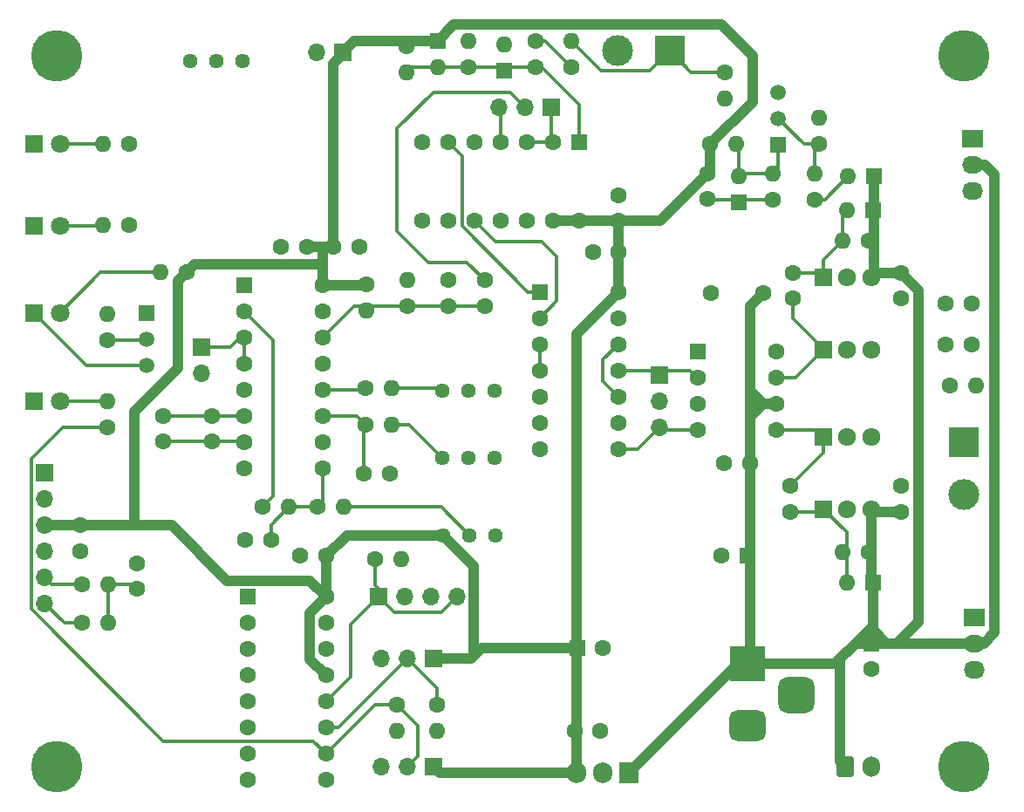
<source format=gbr>
%TF.GenerationSoftware,KiCad,Pcbnew,9.0.0*%
%TF.CreationDate,2025-04-11T23:35:18+03:30*%
%TF.ProjectId,sstc-v3,73737463-2d76-4332-9e6b-696361645f70,rev?*%
%TF.SameCoordinates,Original*%
%TF.FileFunction,Copper,L1,Top*%
%TF.FilePolarity,Positive*%
%FSLAX46Y46*%
G04 Gerber Fmt 4.6, Leading zero omitted, Abs format (unit mm)*
G04 Created by KiCad (PCBNEW 9.0.0) date 2025-04-11 23:35:18*
%MOMM*%
%LPD*%
G01*
G04 APERTURE LIST*
G04 Aperture macros list*
%AMRoundRect*
0 Rectangle with rounded corners*
0 $1 Rounding radius*
0 $2 $3 $4 $5 $6 $7 $8 $9 X,Y pos of 4 corners*
0 Add a 4 corners polygon primitive as box body*
4,1,4,$2,$3,$4,$5,$6,$7,$8,$9,$2,$3,0*
0 Add four circle primitives for the rounded corners*
1,1,$1+$1,$2,$3*
1,1,$1+$1,$4,$5*
1,1,$1+$1,$6,$7*
1,1,$1+$1,$8,$9*
0 Add four rect primitives between the rounded corners*
20,1,$1+$1,$2,$3,$4,$5,0*
20,1,$1+$1,$4,$5,$6,$7,0*
20,1,$1+$1,$6,$7,$8,$9,0*
20,1,$1+$1,$8,$9,$2,$3,0*%
G04 Aperture macros list end*
%TA.AperFunction,ComponentPad*%
%ADD10R,1.700000X1.700000*%
%TD*%
%TA.AperFunction,ComponentPad*%
%ADD11O,1.700000X1.700000*%
%TD*%
%TA.AperFunction,ComponentPad*%
%ADD12R,2.030000X1.730000*%
%TD*%
%TA.AperFunction,ComponentPad*%
%ADD13O,2.030000X1.730000*%
%TD*%
%TA.AperFunction,ComponentPad*%
%ADD14R,1.600000X1.600000*%
%TD*%
%TA.AperFunction,ComponentPad*%
%ADD15O,1.600000X1.600000*%
%TD*%
%TA.AperFunction,ComponentPad*%
%ADD16C,1.600000*%
%TD*%
%TA.AperFunction,ComponentPad*%
%ADD17RoundRect,0.250000X-0.550000X-0.550000X0.550000X-0.550000X0.550000X0.550000X-0.550000X0.550000X0*%
%TD*%
%TA.AperFunction,ComponentPad*%
%ADD18R,3.500000X3.500000*%
%TD*%
%TA.AperFunction,ComponentPad*%
%ADD19RoundRect,0.750000X1.000000X-0.750000X1.000000X0.750000X-1.000000X0.750000X-1.000000X-0.750000X0*%
%TD*%
%TA.AperFunction,ComponentPad*%
%ADD20RoundRect,0.875000X0.875000X-0.875000X0.875000X0.875000X-0.875000X0.875000X-0.875000X-0.875000X0*%
%TD*%
%TA.AperFunction,ComponentPad*%
%ADD21C,5.000000*%
%TD*%
%TA.AperFunction,ComponentPad*%
%ADD22R,3.000000X3.000000*%
%TD*%
%TA.AperFunction,ComponentPad*%
%ADD23C,3.000000*%
%TD*%
%TA.AperFunction,ComponentPad*%
%ADD24R,1.500000X1.500000*%
%TD*%
%TA.AperFunction,ComponentPad*%
%ADD25C,1.500000*%
%TD*%
%TA.AperFunction,ComponentPad*%
%ADD26RoundRect,0.250000X-0.600000X-0.750000X0.600000X-0.750000X0.600000X0.750000X-0.600000X0.750000X0*%
%TD*%
%TA.AperFunction,ComponentPad*%
%ADD27O,1.700000X2.000000*%
%TD*%
%TA.AperFunction,ComponentPad*%
%ADD28R,1.717500X1.800000*%
%TD*%
%TA.AperFunction,ComponentPad*%
%ADD29O,1.717500X1.800000*%
%TD*%
%TA.AperFunction,ComponentPad*%
%ADD30R,1.800000X1.800000*%
%TD*%
%TA.AperFunction,ComponentPad*%
%ADD31C,1.800000*%
%TD*%
%TA.AperFunction,ComponentPad*%
%ADD32RoundRect,0.250000X-0.550000X0.550000X-0.550000X-0.550000X0.550000X-0.550000X0.550000X0.550000X0*%
%TD*%
%TA.AperFunction,ComponentPad*%
%ADD33C,1.440000*%
%TD*%
%TA.AperFunction,ComponentPad*%
%ADD34R,1.905000X2.000000*%
%TD*%
%TA.AperFunction,ComponentPad*%
%ADD35O,1.905000X2.000000*%
%TD*%
%TA.AperFunction,Conductor*%
%ADD36C,1.000000*%
%TD*%
%TA.AperFunction,Conductor*%
%ADD37C,0.300000*%
%TD*%
G04 APERTURE END LIST*
D10*
%TO.P,JP1,1,A*%
%TO.N,Net-(JP1-A)*%
X67000000Y-22500000D03*
D11*
%TO.P,JP1,2,C*%
%TO.N,Net-(JP1-C)*%
X64460000Y-22500000D03*
%TO.P,JP1,3,B*%
%TO.N,Net-(JP1-B)*%
X61920000Y-22500000D03*
%TD*%
D12*
%TO.P,M1,1,-*%
%TO.N,GND*%
X108000000Y-71960000D03*
D13*
%TO.P,M1,2,+*%
%TO.N,+12V*%
X108000000Y-74500000D03*
%TO.P,M1,3,Tacho*%
%TO.N,unconnected-(M1-Tacho-Pad3)*%
X108000000Y-77040000D03*
%TD*%
D14*
%TO.P,D1,1,K*%
%TO.N,+12V*%
X98330686Y-29187056D03*
D15*
%TO.P,D1,2,A*%
%TO.N,Net-(D1-A)*%
X95790686Y-29187056D03*
%TD*%
D16*
%TO.P,R6,1*%
%TO.N,Net-(D2-K)*%
X88505000Y-31415685D03*
D15*
%TO.P,R6,2*%
%TO.N,Net-(D2-A)*%
X88505000Y-28875685D03*
%TD*%
D16*
%TO.P,C6,1*%
%TO.N,+12V*%
X100920000Y-61730000D03*
%TO.P,C6,2*%
%TO.N,GND*%
X100920000Y-59230000D03*
%TD*%
D14*
%TO.P,C17,1*%
%TO.N,+5V*%
X69500000Y-75000000D03*
D16*
%TO.P,C17,2*%
%TO.N,GND*%
X72000000Y-75000000D03*
%TD*%
%TO.P,C14,1*%
%TO.N,+5V*%
X43250000Y-36000000D03*
%TO.P,C14,2*%
%TO.N,GND*%
X40750000Y-36000000D03*
%TD*%
%TO.P,C13,1*%
%TO.N,Net-(U5-C1)*%
X34000000Y-52400000D03*
%TO.P,C13,2*%
%TO.N,Net-(U5-C2)*%
X34000000Y-54900000D03*
%TD*%
%TO.P,R14,1*%
%TO.N,+12V*%
X97750000Y-65651750D03*
D15*
%TO.P,R14,2*%
%TO.N,Net-(D7-A)*%
X95210000Y-65651750D03*
%TD*%
D16*
%TO.P,R3,1*%
%TO.N,+5V*%
X82395000Y-26045000D03*
D15*
%TO.P,R3,2*%
%TO.N,Net-(D2-A)*%
X84935000Y-26045000D03*
%TD*%
D16*
%TO.P,C25,1*%
%TO.N,GND*%
X73500000Y-31000000D03*
%TO.P,C25,2*%
%TO.N,+5V*%
X73500000Y-33500000D03*
%TD*%
%TO.P,C5,1*%
%TO.N,Net-(U3-Z1)*%
X26722500Y-66720000D03*
%TO.P,C5,2*%
%TO.N,Net-(C5-Pad2)*%
X26722500Y-69220000D03*
%TD*%
D17*
%TO.P,U5,1,PCP*%
%TO.N,unconnected-(U5-PCP-Pad1)*%
X37195000Y-39700000D03*
D16*
%TO.P,U5,2,PC1*%
%TO.N,Net-(U5-PC1)*%
X37195000Y-42240000D03*
%TO.P,U5,3,RefIn*%
%TO.N,SIGNAL*%
X37195000Y-44780000D03*
%TO.P,U5,4,FOUT*%
X37195000Y-47320000D03*
%TO.P,U5,5,Inh*%
%TO.N,GND*%
X37195000Y-49860000D03*
%TO.P,U5,6,C1*%
%TO.N,Net-(U5-C1)*%
X37195000Y-52400000D03*
%TO.P,U5,7,C2*%
%TO.N,Net-(U5-C2)*%
X37195000Y-54940000D03*
%TO.P,U5,8,VSS*%
%TO.N,GND*%
X37195000Y-57480000D03*
%TO.P,U5,9,VCOin*%
%TO.N,AUDIO*%
X44815000Y-57480000D03*
%TO.P,U5,10,SFout*%
%TO.N,unconnected-(U5-SFout-Pad10)*%
X44815000Y-54940000D03*
%TO.P,U5,11,R1*%
%TO.N,Net-(U5-R1)*%
X44815000Y-52400000D03*
%TO.P,U5,12,R2*%
%TO.N,Net-(U5-R2)*%
X44815000Y-49860000D03*
%TO.P,U5,13,PC2*%
%TO.N,unconnected-(U5-PC2-Pad13)*%
X44815000Y-47320000D03*
%TO.P,U5,14,SigIn*%
%TO.N,FEEDBACK*%
X44815000Y-44780000D03*
%TO.P,U5,15,ZOUT*%
%TO.N,unconnected-(U5-ZOUT-Pad15)*%
X44815000Y-42240000D03*
%TO.P,U5,16,VDD*%
%TO.N,+5V*%
X44815000Y-39700000D03*
%TD*%
%TO.P,C8,1*%
%TO.N,Net-(D6-A)*%
X90420000Y-38530000D03*
%TO.P,C8,2*%
%TO.N,Net-(Q3-G)*%
X90420000Y-41030000D03*
%TD*%
%TO.P,C9,1*%
%TO.N,Net-(D7-A)*%
X90170000Y-61730000D03*
%TO.P,C9,2*%
%TO.N,Net-(Q5-G)*%
X90170000Y-59230000D03*
%TD*%
D18*
%TO.P,J9,1*%
%TO.N,+12V*%
X86042500Y-76500000D03*
D19*
%TO.P,J9,2*%
%TO.N,GND*%
X86042500Y-82500000D03*
D20*
%TO.P,J9,3*%
%TO.N,N/C*%
X90742500Y-79500000D03*
%TD*%
D16*
%TO.P,R25,1*%
%TO.N,FM_MODE*%
X23870000Y-53545000D03*
D15*
%TO.P,R25,2*%
%TO.N,Net-(D10-A)*%
X23870000Y-51005000D03*
%TD*%
D21*
%TO.P,H4,1,1*%
%TO.N,GND*%
X19000000Y-86500000D03*
%TD*%
D16*
%TO.P,R11,1*%
%TO.N,AUDIO  LEFT*%
X21377500Y-68770000D03*
D15*
%TO.P,R11,2*%
%TO.N,Net-(C5-Pad2)*%
X23917500Y-68770000D03*
%TD*%
D16*
%TO.P,R16,1*%
%TO.N,Net-(U5-R1)*%
X48960000Y-53250000D03*
D15*
%TO.P,R16,2*%
%TO.N,Net-(R16-Pad2)*%
X51500000Y-53250000D03*
%TD*%
D10*
%TO.P,J12,1,Pin_1*%
%TO.N,+5V*%
X55540000Y-86500000D03*
D11*
%TO.P,J12,2,Pin_2*%
%TO.N,FM_MODE*%
X53000000Y-86500000D03*
%TO.P,J12,3,Pin_3*%
%TO.N,GND*%
X50460000Y-86500000D03*
%TD*%
D22*
%TO.P,J1,1,Pin_1*%
%TO.N,Net-(J1-Pin_1)*%
X78500000Y-17000000D03*
D23*
%TO.P,J1,2,Pin_2*%
%TO.N,GND*%
X73420000Y-17000000D03*
%TD*%
D17*
%TO.P,U4,1,NC*%
%TO.N,unconnected-(U4-NC-Pad1)*%
X81195000Y-46190000D03*
D16*
%TO.P,U4,2,IN_A*%
%TO.N,DRV2*%
X81195000Y-48730000D03*
%TO.P,U4,3,GND*%
%TO.N,GND*%
X81195000Y-51270000D03*
%TO.P,U4,4,IN_B*%
%TO.N,DRV1*%
X81195000Y-53810000D03*
%TO.P,U4,5,OUT_B*%
%TO.N,Net-(Q5-G)*%
X88815000Y-53810000D03*
%TO.P,U4,6,VDD*%
%TO.N,+12V*%
X88815000Y-51270000D03*
%TO.P,U4,7,OUT_A*%
%TO.N,Net-(Q3-G)*%
X88815000Y-48730000D03*
%TO.P,U4,8,NC*%
%TO.N,unconnected-(U4-NC-Pad8)*%
X88815000Y-46190000D03*
%TD*%
D24*
%TO.P,Q6,1,S*%
%TO.N,GND*%
X27640000Y-42460000D03*
D25*
%TO.P,Q6,2,G*%
%TO.N,INT*%
X27640000Y-45000000D03*
%TO.P,Q6,3,D*%
%TO.N,Net-(D9-K)*%
X27640000Y-47540000D03*
%TD*%
D16*
%TO.P,R26,1*%
%TO.N,CW_MODE*%
X55840000Y-80455000D03*
D15*
%TO.P,R26,2*%
%TO.N,GND*%
X55840000Y-82995000D03*
%TD*%
D14*
%TO.P,C21,1*%
%TO.N,+12V*%
X86000000Y-66000000D03*
D16*
%TO.P,C21,2*%
%TO.N,GND*%
X83500000Y-66000000D03*
%TD*%
D10*
%TO.P,J11,1,Pin_1*%
%TO.N,+5V*%
X55540000Y-76000000D03*
D11*
%TO.P,J11,2,Pin_2*%
%TO.N,CW_MODE*%
X53000000Y-76000000D03*
%TO.P,J11,3,Pin_3*%
%TO.N,GND*%
X50460000Y-76000000D03*
%TD*%
D16*
%TO.P,C19,1*%
%TO.N,Net-(Q2-D)*%
X105250000Y-45510000D03*
%TO.P,C19,2*%
%TO.N,Net-(J4-Pin_1)*%
X107750000Y-45510000D03*
%TD*%
%TO.P,C26,1*%
%TO.N,GND*%
X42620000Y-66000000D03*
%TO.P,C26,2*%
%TO.N,+5V*%
X45120000Y-66000000D03*
%TD*%
%TO.P,R17,1*%
%TO.N,TEMP_GOOD*%
X25960000Y-26000000D03*
D15*
%TO.P,R17,2*%
%TO.N,Net-(D8-A)*%
X23420000Y-26000000D03*
%TD*%
D10*
%TO.P,J3,1,Pin_1*%
%TO.N,Net-(J3-Pin_1)*%
X50200000Y-70000000D03*
D11*
%TO.P,J3,2,Pin_2*%
%TO.N,GND*%
X52740000Y-70000000D03*
%TO.P,J3,3,Pin_3*%
X55280000Y-70000000D03*
%TO.P,J3,4,Pin_4*%
%TO.N,Net-(J3-Pin_1)*%
X57820000Y-70000000D03*
%TD*%
D12*
%TO.P,M2,1,-*%
%TO.N,GND*%
X107875000Y-25540000D03*
D13*
%TO.P,M2,2,+*%
%TO.N,+12V*%
X107875000Y-28080000D03*
%TO.P,M2,3,Tacho*%
%TO.N,unconnected-(M2-Tacho-Pad3)*%
X107875000Y-30620000D03*
%TD*%
D26*
%TO.P,J6,1,Pin_1*%
%TO.N,+12V*%
X95500000Y-86500000D03*
D27*
%TO.P,J6,2,Pin_2*%
%TO.N,GND*%
X98000000Y-86500000D03*
%TD*%
D16*
%TO.P,R9,1*%
%TO.N,+5V*%
X31540000Y-38500000D03*
D15*
%TO.P,R9,2*%
%TO.N,Net-(D9-A)*%
X29000000Y-38500000D03*
%TD*%
D22*
%TO.P,J4,1,Pin_1*%
%TO.N,Net-(J4-Pin_1)*%
X107000000Y-54960000D03*
D23*
%TO.P,J4,2,Pin_2*%
%TO.N,Net-(J4-Pin_2)*%
X107000000Y-60040000D03*
%TD*%
D16*
%TO.P,C4,1*%
%TO.N,GND*%
X83750000Y-57000000D03*
%TO.P,C4,2*%
%TO.N,+12V*%
X86250000Y-57000000D03*
%TD*%
D10*
%TO.P,J10,1,Pin_1*%
%TO.N,DRV2*%
X77500000Y-48420000D03*
D11*
%TO.P,J10,2,Pin_2*%
%TO.N,GND*%
X77500000Y-50960000D03*
%TO.P,J10,3,Pin_3*%
%TO.N,DRV1*%
X77500000Y-53500000D03*
%TD*%
D16*
%TO.P,R2,1*%
%TO.N,Net-(Q1-B)*%
X93000000Y-26045000D03*
D15*
%TO.P,R2,2*%
%TO.N,GND*%
X93000000Y-23505000D03*
%TD*%
D28*
%TO.P,Q2,1,G*%
%TO.N,Net-(D6-A)*%
X93420000Y-39000000D03*
D29*
%TO.P,Q2,2,D*%
%TO.N,Net-(Q2-D)*%
X95710000Y-39000000D03*
%TO.P,Q2,3,S*%
%TO.N,+12V*%
X98000000Y-39000000D03*
%TD*%
D16*
%TO.P,R13,1*%
%TO.N,+12V*%
X97750000Y-35460000D03*
D15*
%TO.P,R13,2*%
%TO.N,Net-(D6-A)*%
X95210000Y-35460000D03*
%TD*%
D17*
%TO.P,U3,1,Y1*%
%TO.N,GND*%
X37500000Y-70000000D03*
D16*
%TO.P,U3,2,Y0*%
X37500000Y-72540000D03*
%TO.P,U3,3,Z1*%
%TO.N,Net-(U3-Z1)*%
X37500000Y-75080000D03*
%TO.P,U3,4,Z*%
%TO.N,AUDIO*%
X37500000Y-77620000D03*
%TO.P,U3,5,Z0*%
%TO.N,unconnected-(U3-Z0-Pad5)*%
X37500000Y-80160000D03*
%TO.P,U3,6,Inh*%
%TO.N,GND*%
X37500000Y-82700000D03*
%TO.P,U3,7,VEE*%
X37500000Y-85240000D03*
%TO.P,U3,8,VSS*%
X37500000Y-87780000D03*
%TO.P,U3,9,C*%
X45120000Y-87780000D03*
%TO.P,U3,10,B*%
%TO.N,FM_MODE*%
X45120000Y-85240000D03*
%TO.P,U3,11,A*%
%TO.N,CW_MODE*%
X45120000Y-82700000D03*
%TO.P,U3,12,X0*%
%TO.N,Net-(J3-Pin_1)*%
X45120000Y-80160000D03*
%TO.P,U3,13,X1*%
%TO.N,+5V*%
X45120000Y-77620000D03*
%TO.P,U3,14,X*%
%TO.N,INT*%
X45120000Y-75080000D03*
%TO.P,U3,15,Y*%
%TO.N,GND*%
X45120000Y-72540000D03*
%TO.P,U3,16,VDD*%
%TO.N,+5V*%
X45120000Y-70000000D03*
%TD*%
%TO.P,R24,1*%
%TO.N,FM_MODE*%
X52000000Y-80455000D03*
D15*
%TO.P,R24,2*%
%TO.N,GND*%
X52000000Y-82995000D03*
%TD*%
D16*
%TO.P,R27,1*%
%TO.N,INT*%
X23870000Y-45045000D03*
D15*
%TO.P,R27,2*%
%TO.N,GND*%
X23870000Y-42505000D03*
%TD*%
D16*
%TO.P,C24,1*%
%TO.N,+5V*%
X73500000Y-36500000D03*
%TO.P,C24,2*%
%TO.N,GND*%
X71000000Y-36500000D03*
%TD*%
%TO.P,C12,1*%
%TO.N,FEEDBACK*%
X57000000Y-41730000D03*
%TO.P,C12,2*%
%TO.N,GND*%
X57000000Y-39230000D03*
%TD*%
D14*
%TO.P,D6,1,K*%
%TO.N,+12V*%
X98200000Y-32460000D03*
D15*
%TO.P,D6,2,A*%
%TO.N,Net-(D6-A)*%
X95660000Y-32460000D03*
%TD*%
D16*
%TO.P,R18,1*%
%TO.N,+5V*%
X49000000Y-39680000D03*
D15*
%TO.P,R18,2*%
%TO.N,FEEDBACK*%
X49000000Y-42220000D03*
%TD*%
D16*
%TO.P,R12,1*%
%TO.N,AUDIO  RIGHT*%
X21377500Y-72520000D03*
D15*
%TO.P,R12,2*%
%TO.N,Net-(C5-Pad2)*%
X23917500Y-72520000D03*
%TD*%
D16*
%TO.P,C15,1*%
%TO.N,+5V*%
X45800000Y-36000000D03*
%TO.P,C15,2*%
%TO.N,GND*%
X48300000Y-36000000D03*
%TD*%
D14*
%TO.P,D7,1,K*%
%TO.N,+12V*%
X98200000Y-68651750D03*
D15*
%TO.P,D7,2,A*%
%TO.N,Net-(D7-A)*%
X95660000Y-68651750D03*
%TD*%
D21*
%TO.P,H2,1,1*%
%TO.N,GND*%
X19000000Y-17500000D03*
%TD*%
D16*
%TO.P,C23,1*%
%TO.N,+5V*%
X21222500Y-63020000D03*
%TO.P,C23,2*%
%TO.N,GND*%
X21222500Y-65520000D03*
%TD*%
%TO.P,R7,1*%
%TO.N,+5V*%
X52920000Y-16500000D03*
D15*
%TO.P,R7,2*%
%TO.N,Net-(D3-A)*%
X52920000Y-19040000D03*
%TD*%
D16*
%TO.P,C16,1*%
%TO.N,AUDIO*%
X39750000Y-64500000D03*
%TO.P,C16,2*%
%TO.N,GND*%
X37250000Y-64500000D03*
%TD*%
%TO.P,R5,1*%
%TO.N,Net-(C2-Pad2)*%
X68920000Y-18590000D03*
D15*
%TO.P,R5,2*%
%TO.N,Net-(J1-Pin_1)*%
X68920000Y-16050000D03*
%TD*%
D30*
%TO.P,D8,1,K*%
%TO.N,GND*%
X16725000Y-26000000D03*
D31*
%TO.P,D8,2,A*%
%TO.N,Net-(D8-A)*%
X19265000Y-26000000D03*
%TD*%
D16*
%TO.P,R20,1*%
%TO.N,Net-(U5-R2)*%
X48920000Y-49750000D03*
D15*
%TO.P,R20,2*%
%TO.N,Net-(R20-Pad2)*%
X51460000Y-49750000D03*
%TD*%
D14*
%TO.P,D4,1,K*%
%TO.N,Net-(D3-A)*%
X62420000Y-18901371D03*
D15*
%TO.P,D4,2,A*%
%TO.N,GND*%
X62420000Y-16361371D03*
%TD*%
D16*
%TO.P,C2,1*%
%TO.N,Net-(D3-A)*%
X65420000Y-18550000D03*
%TO.P,C2,2*%
%TO.N,Net-(C2-Pad2)*%
X65420000Y-16050000D03*
%TD*%
%TO.P,R8,1*%
%TO.N,Net-(D3-A)*%
X58920000Y-18590000D03*
D15*
%TO.P,R8,2*%
%TO.N,GND*%
X58920000Y-16050000D03*
%TD*%
D17*
%TO.P,U1,1*%
%TO.N,TEMP_GOOD*%
X65880000Y-40380000D03*
D16*
%TO.P,U1,2*%
%TO.N,POWER_GOOD*%
X65880000Y-42920000D03*
%TO.P,U1,3*%
%TO.N,Net-(U1-Pad3)*%
X65880000Y-45460000D03*
%TO.P,U1,4*%
X65880000Y-48000000D03*
%TO.P,U1,5*%
%TO.N,INT*%
X65880000Y-50540000D03*
%TO.P,U1,6*%
%TO.N,Net-(U1-Pad10)*%
X65880000Y-53080000D03*
%TO.P,U1,7,GND*%
%TO.N,GND*%
X65880000Y-55620000D03*
%TO.P,U1,8*%
%TO.N,DRV1*%
X73500000Y-55620000D03*
%TO.P,U1,9*%
%TO.N,Net-(U1-Pad9)*%
X73500000Y-53080000D03*
%TO.P,U1,10*%
%TO.N,Net-(U1-Pad10)*%
X73500000Y-50540000D03*
%TO.P,U1,11*%
%TO.N,DRV2*%
X73500000Y-48000000D03*
%TO.P,U1,12*%
%TO.N,Net-(U1-Pad10)*%
X73500000Y-45460000D03*
%TO.P,U1,13*%
%TO.N,SIGNAL*%
X73500000Y-42920000D03*
%TO.P,U1,14,VCC*%
%TO.N,+5V*%
X73500000Y-40380000D03*
%TD*%
%TO.P,R4,1*%
%TO.N,Net-(J1-Pin_1)*%
X83800000Y-19040000D03*
D15*
%TO.P,R4,2*%
%TO.N,GND*%
X83800000Y-21580000D03*
%TD*%
D16*
%TO.P,R23,1*%
%TO.N,AUDIO*%
X44315000Y-61270000D03*
D15*
%TO.P,R23,2*%
%TO.N,Net-(R23-Pad2)*%
X46855000Y-61270000D03*
%TD*%
D30*
%TO.P,D5,1,K*%
%TO.N,GND*%
X16725000Y-34000000D03*
D31*
%TO.P,D5,2,A*%
%TO.N,Net-(D5-A)*%
X19265000Y-34000000D03*
%TD*%
D16*
%TO.P,R19,1*%
%TO.N,FEEDBACK*%
X53000000Y-41770000D03*
D15*
%TO.P,R19,2*%
%TO.N,GND*%
X53000000Y-39230000D03*
%TD*%
D32*
%TO.P,U2,1*%
%TO.N,Net-(D3-A)*%
X69700000Y-25880000D03*
D16*
%TO.P,U2,2*%
%TO.N,Net-(JP1-A)*%
X67160000Y-25880000D03*
%TO.P,U2,3*%
X64620000Y-25880000D03*
%TO.P,U2,4*%
%TO.N,Net-(JP1-B)*%
X62080000Y-25880000D03*
%TO.P,U2,5*%
%TO.N,Net-(J2-Pin_2)*%
X59540000Y-25880000D03*
%TO.P,U2,6*%
%TO.N,TEMP_GOOD*%
X57000000Y-25880000D03*
%TO.P,U2,7,GND*%
%TO.N,GND*%
X54460000Y-25880000D03*
%TO.P,U2,8*%
%TO.N,Net-(U1-Pad9)*%
X54460000Y-33500000D03*
%TO.P,U2,9*%
%TO.N,SIGNAL*%
X57000000Y-33500000D03*
%TO.P,U2,10*%
%TO.N,POWER_GOOD*%
X59540000Y-33500000D03*
%TO.P,U2,11*%
%TO.N,Net-(D2-K)*%
X62080000Y-33500000D03*
%TO.P,U2,12*%
%TO.N,unconnected-(U2-Pad12)*%
X64620000Y-33500000D03*
%TO.P,U2,13*%
%TO.N,+5V*%
X67160000Y-33500000D03*
%TO.P,U2,14,VCC*%
X69700000Y-33500000D03*
%TD*%
D33*
%TO.P,RV3,1,1*%
%TO.N,Net-(R16-Pad2)*%
X56420000Y-56500000D03*
%TO.P,RV3,2,2*%
%TO.N,GND*%
X58960000Y-56500000D03*
%TO.P,RV3,3,3*%
X61500000Y-56500000D03*
%TD*%
D16*
%TO.P,R15,1*%
%TO.N,Net-(Q2-D)*%
X105700000Y-49460000D03*
D15*
%TO.P,R15,2*%
%TO.N,Net-(J4-Pin_1)*%
X108240000Y-49460000D03*
%TD*%
D28*
%TO.P,Q3,1,G*%
%TO.N,Net-(Q3-G)*%
X93420000Y-46000000D03*
D29*
%TO.P,Q3,2,D*%
%TO.N,Net-(Q2-D)*%
X95710000Y-46000000D03*
%TO.P,Q3,3,S*%
%TO.N,GND*%
X98000000Y-46000000D03*
%TD*%
D16*
%TO.P,R1,1*%
%TO.N,Net-(D1-A)*%
X92505000Y-31415685D03*
D15*
%TO.P,R1,2*%
%TO.N,Net-(Q1-B)*%
X92505000Y-28875685D03*
%TD*%
D16*
%TO.P,R10,1*%
%TO.N,Net-(J3-Pin_1)*%
X49900000Y-66290000D03*
D15*
%TO.P,R10,2*%
%TO.N,GND*%
X52440000Y-66290000D03*
%TD*%
D16*
%TO.P,C3,1*%
%TO.N,Net-(JP1-C)*%
X60500000Y-39230000D03*
%TO.P,C3,2*%
%TO.N,FEEDBACK*%
X60500000Y-41730000D03*
%TD*%
%TO.P,C18,1*%
%TO.N,+5V*%
X69250000Y-83000000D03*
%TO.P,C18,2*%
%TO.N,GND*%
X71750000Y-83000000D03*
%TD*%
D28*
%TO.P,Q4,1,G*%
%TO.N,Net-(D7-A)*%
X93420000Y-61500000D03*
D29*
%TO.P,Q4,2,D*%
%TO.N,Net-(J4-Pin_2)*%
X95710000Y-61500000D03*
%TO.P,Q4,3,S*%
%TO.N,+12V*%
X98000000Y-61500000D03*
%TD*%
D16*
%TO.P,C27,1*%
%TO.N,Net-(U5-C1)*%
X29315000Y-52400000D03*
%TO.P,C27,2*%
%TO.N,Net-(U5-C2)*%
X29315000Y-54900000D03*
%TD*%
D30*
%TO.P,D10,1,K*%
%TO.N,GND*%
X16725000Y-51000000D03*
D31*
%TO.P,D10,2,A*%
%TO.N,Net-(D10-A)*%
X19265000Y-51000000D03*
%TD*%
D21*
%TO.P,H1,1,1*%
%TO.N,GND*%
X107000000Y-17500000D03*
%TD*%
D14*
%TO.P,D2,1,K*%
%TO.N,Net-(D2-K)*%
X85195000Y-31727056D03*
D15*
%TO.P,D2,2,A*%
%TO.N,Net-(D2-A)*%
X85195000Y-29187056D03*
%TD*%
D16*
%TO.P,C7,1*%
%TO.N,+12V*%
X100920000Y-38530000D03*
%TO.P,C7,2*%
%TO.N,GND*%
X100920000Y-41030000D03*
%TD*%
%TO.P,C11,1*%
%TO.N,Net-(U5-R1)*%
X48765000Y-58000000D03*
%TO.P,C11,2*%
%TO.N,GND*%
X51265000Y-58000000D03*
%TD*%
%TO.P,R21,1*%
%TO.N,POWER_GOOD*%
X25960000Y-33880000D03*
D15*
%TO.P,R21,2*%
%TO.N,Net-(D5-A)*%
X23420000Y-33880000D03*
%TD*%
D14*
%TO.P,C22,1*%
%TO.N,+12V*%
X98000000Y-74500000D03*
D16*
%TO.P,C22,2*%
%TO.N,GND*%
X98000000Y-77000000D03*
%TD*%
D33*
%TO.P,RV1,1,1*%
%TO.N,+5V*%
X56450000Y-64000000D03*
%TO.P,RV1,2,2*%
%TO.N,Net-(R23-Pad2)*%
X58990000Y-64000000D03*
%TO.P,RV1,3,3*%
%TO.N,GND*%
X61530000Y-64000000D03*
%TD*%
D24*
%TO.P,Q1,1,C*%
%TO.N,Net-(D2-A)*%
X89000000Y-26085000D03*
D25*
%TO.P,Q1,2,B*%
%TO.N,Net-(Q1-B)*%
X89000000Y-23545000D03*
%TO.P,Q1,3,E*%
%TO.N,GND*%
X89000000Y-21005000D03*
%TD*%
D30*
%TO.P,D9,1,K*%
%TO.N,Net-(D9-K)*%
X16725000Y-42440000D03*
D31*
%TO.P,D9,2,A*%
%TO.N,Net-(D9-A)*%
X19265000Y-42440000D03*
%TD*%
D14*
%TO.P,D3,1,K*%
%TO.N,+5V*%
X55920000Y-16050000D03*
D15*
%TO.P,D3,2,A*%
%TO.N,Net-(D3-A)*%
X55920000Y-18590000D03*
%TD*%
D28*
%TO.P,Q5,1,G*%
%TO.N,Net-(Q5-G)*%
X93420000Y-54500000D03*
D29*
%TO.P,Q5,2,D*%
%TO.N,Net-(J4-Pin_2)*%
X95710000Y-54500000D03*
%TO.P,Q5,3,S*%
%TO.N,GND*%
X98000000Y-54500000D03*
%TD*%
D34*
%TO.P,U6,1,VI*%
%TO.N,+12V*%
X74462500Y-87100000D03*
D35*
%TO.P,U6,2,GND*%
%TO.N,GND*%
X71922500Y-87100000D03*
%TO.P,U6,3,VO*%
%TO.N,+5V*%
X69382500Y-87100000D03*
%TD*%
D16*
%TO.P,C20,1*%
%TO.N,GND*%
X82500000Y-40500000D03*
%TO.P,C20,2*%
%TO.N,+12V*%
X87500000Y-40500000D03*
%TD*%
D10*
%TO.P,J2,1,Pin_1*%
%TO.N,+5V*%
X46740000Y-17100000D03*
D11*
%TO.P,J2,2,Pin_2*%
%TO.N,Net-(J2-Pin_2)*%
X44200000Y-17100000D03*
%TD*%
D33*
%TO.P,RV4,1,1*%
%TO.N,Net-(J2-Pin_2)*%
X37000000Y-18000000D03*
%TO.P,RV4,2,2*%
%TO.N,GND*%
X34460000Y-18000000D03*
%TO.P,RV4,3,3*%
X31920000Y-18000000D03*
%TD*%
D21*
%TO.P,H3,1,1*%
%TO.N,GND*%
X107000000Y-86500000D03*
%TD*%
D10*
%TO.P,J7,1,Pin_1*%
%TO.N,SIGNAL*%
X33000000Y-45725000D03*
D11*
%TO.P,J7,2,Pin_2*%
%TO.N,GND*%
X33000000Y-48265000D03*
%TD*%
D16*
%TO.P,C10,1*%
%TO.N,Net-(Q2-D)*%
X105250000Y-41500000D03*
%TO.P,C10,2*%
%TO.N,Net-(J4-Pin_1)*%
X107750000Y-41500000D03*
%TD*%
%TO.P,R22,1*%
%TO.N,Net-(U5-PC1)*%
X38955000Y-61270000D03*
D15*
%TO.P,R22,2*%
%TO.N,AUDIO*%
X41495000Y-61270000D03*
%TD*%
D33*
%TO.P,RV2,1,1*%
%TO.N,Net-(R20-Pad2)*%
X56420000Y-50000000D03*
%TO.P,RV2,2,2*%
%TO.N,GND*%
X58960000Y-50000000D03*
%TO.P,RV2,3,3*%
X61500000Y-50000000D03*
%TD*%
D16*
%TO.P,C1,1*%
%TO.N,Net-(D2-K)*%
X82145000Y-31375685D03*
%TO.P,C1,2*%
%TO.N,+5V*%
X82145000Y-28875685D03*
%TD*%
D10*
%TO.P,J5,1,Pin_1*%
%TO.N,unconnected-(J5-Pin_1-Pad1)*%
X17797500Y-57920000D03*
D11*
%TO.P,J5,2,Pin_2*%
%TO.N,unconnected-(J5-Pin_2-Pad2)*%
X17797500Y-60460000D03*
%TO.P,J5,3,Pin_3*%
%TO.N,+5V*%
X17797500Y-63000000D03*
%TO.P,J5,4,Pin_4*%
%TO.N,GND*%
X17797500Y-65540000D03*
%TO.P,J5,5,Pin_5*%
%TO.N,AUDIO  LEFT*%
X17797500Y-68080000D03*
%TO.P,J5,6,Pin_6*%
%TO.N,AUDIO  RIGHT*%
X17797500Y-70620000D03*
%TD*%
D36*
%TO.N,+12V*%
X95500000Y-86500000D02*
X95000000Y-86000000D01*
X95000000Y-86000000D02*
X95000000Y-76000000D01*
X95000000Y-76000000D02*
X96500000Y-74500000D01*
X98200000Y-73000000D02*
X98000000Y-73000000D01*
X98000000Y-73000000D02*
X96500000Y-74500000D01*
X98200000Y-73000000D02*
X98200000Y-74300000D01*
X99500000Y-74500000D02*
X100500000Y-74500000D01*
X98200000Y-73000000D02*
X98200000Y-73200000D01*
X98200000Y-73200000D02*
X99500000Y-74500000D01*
X86250000Y-52500000D02*
X86250000Y-56000000D01*
X86250000Y-52500000D02*
X86290000Y-52500000D01*
X86250000Y-51500000D02*
X86250000Y-52500000D01*
X86250000Y-50000000D02*
X86250000Y-41750000D01*
X87520000Y-51270000D02*
X88815000Y-51270000D01*
X86250000Y-56000000D02*
X86250000Y-57805000D01*
X86250000Y-56000000D02*
X86250000Y-50000000D01*
X86250000Y-41750000D02*
X87500000Y-40500000D01*
%TO.N,+5V*%
X86500000Y-17500000D02*
X86500000Y-21940000D01*
X45800000Y-18200000D02*
X45800000Y-36000000D01*
X30740001Y-47759999D02*
X26500000Y-52000000D01*
X56140000Y-87100000D02*
X55540000Y-86500000D01*
X43519000Y-71601000D02*
X45120000Y-70000000D01*
X47120000Y-64000000D02*
X56450000Y-64000000D01*
X59471000Y-67021000D02*
X59471000Y-75741500D01*
X30740001Y-39299999D02*
X30740001Y-47759999D01*
X43519000Y-76019000D02*
X43519000Y-71601000D01*
X26500000Y-52000000D02*
X26500000Y-63020000D01*
X56450000Y-64000000D02*
X59471000Y-67021000D01*
X73500000Y-36500000D02*
X73500000Y-35000000D01*
X44815000Y-37500000D02*
X44815000Y-36315000D01*
X45120000Y-70000000D02*
X45120000Y-66000000D01*
X44815000Y-39700000D02*
X48980000Y-39700000D01*
X82395000Y-26045000D02*
X82395000Y-28625685D01*
X69382500Y-44497500D02*
X73500000Y-40380000D01*
X47790000Y-16050000D02*
X46740000Y-17100000D01*
X57521000Y-14449000D02*
X83449000Y-14449000D01*
X59471000Y-75741500D02*
X59212500Y-76000000D01*
X32339999Y-37700001D02*
X44614999Y-37700001D01*
X72000000Y-33500000D02*
X73500000Y-33500000D01*
X55920000Y-16050000D02*
X57521000Y-14449000D01*
X26500000Y-63020000D02*
X30121000Y-63020000D01*
X59212500Y-76000000D02*
X60212500Y-75000000D01*
X86500000Y-21940000D02*
X82395000Y-26045000D01*
X67160000Y-33500000D02*
X72000000Y-33500000D01*
X60212500Y-75000000D02*
X69500000Y-75000000D01*
X73500000Y-35000000D02*
X73500000Y-33500000D01*
X45120000Y-66000000D02*
X47120000Y-64000000D01*
X69382500Y-87100000D02*
X69382500Y-44497500D01*
X21222500Y-63020000D02*
X26500000Y-63020000D01*
X44815000Y-39700000D02*
X44815000Y-37500000D01*
X44614999Y-37700001D02*
X44815000Y-37500000D01*
X55540000Y-76000000D02*
X59212500Y-76000000D01*
X55920000Y-16050000D02*
X47790000Y-16050000D01*
X46740000Y-17260000D02*
X45800000Y-18200000D01*
X82395000Y-28625685D02*
X82145000Y-28875685D01*
X30121000Y-63020000D02*
X35500000Y-68399000D01*
X73500000Y-40380000D02*
X73500000Y-35000000D01*
X17797500Y-63000000D02*
X21202500Y-63000000D01*
X44500000Y-36000000D02*
X45800000Y-36000000D01*
X45120000Y-77620000D02*
X43519000Y-76019000D01*
X77520685Y-33500000D02*
X72000000Y-33500000D01*
X83449000Y-14449000D02*
X86500000Y-17500000D01*
X31540000Y-38500000D02*
X32339999Y-37700001D01*
X43250000Y-36000000D02*
X44500000Y-36000000D01*
X44815000Y-36315000D02*
X44500000Y-36000000D01*
X69382500Y-87100000D02*
X56140000Y-87100000D01*
X31540000Y-38500000D02*
X30740001Y-39299999D01*
X45120000Y-70000000D02*
X43519000Y-68399000D01*
X82145000Y-28875685D02*
X77520685Y-33500000D01*
X43519000Y-68399000D02*
X35500000Y-68399000D01*
D37*
%TO.N,Net-(D2-K)*%
X88505000Y-31415685D02*
X82185000Y-31415685D01*
%TO.N,Net-(D3-A)*%
X65420000Y-18550000D02*
X53410000Y-18550000D01*
X66050000Y-18550000D02*
X69700000Y-22200000D01*
X69700000Y-22200000D02*
X69700000Y-25880000D01*
X53410000Y-18550000D02*
X52920000Y-19040000D01*
%TO.N,Net-(C2-Pad2)*%
X68920000Y-18590000D02*
X66380000Y-16050000D01*
X66380000Y-16050000D02*
X65420000Y-16050000D01*
%TO.N,FEEDBACK*%
X47865000Y-41730000D02*
X44815000Y-44780000D01*
X60500000Y-41730000D02*
X47865000Y-41730000D01*
%TO.N,Net-(JP1-C)*%
X64460000Y-22500000D02*
X62960000Y-21000000D01*
X55500000Y-21000000D02*
X52000000Y-24500000D01*
X52000000Y-24500000D02*
X52000000Y-34500000D01*
X55000000Y-37500000D02*
X58770000Y-37500000D01*
X58770000Y-37500000D02*
X60500000Y-39230000D01*
X62960000Y-21000000D02*
X55500000Y-21000000D01*
X52000000Y-34500000D02*
X55000000Y-37500000D01*
D36*
%TO.N,+12V*%
X107875000Y-28080000D02*
X109080000Y-28080000D01*
X98330686Y-38669314D02*
X98000000Y-39000000D01*
X108942000Y-74500000D02*
X108000000Y-74500000D01*
X100500000Y-74500000D02*
X108000000Y-74500000D01*
X94500000Y-76500000D02*
X96500000Y-74500000D01*
X98000000Y-61500000D02*
X98000000Y-68451750D01*
X98330686Y-29187056D02*
X98330686Y-38669314D01*
X100920000Y-61730000D02*
X98230000Y-61730000D01*
X98000000Y-74500000D02*
X99500000Y-74500000D01*
X96500000Y-74500000D02*
X98000000Y-74500000D01*
X110000000Y-73442000D02*
X108942000Y-74500000D01*
X110000000Y-29000000D02*
X110000000Y-73442000D01*
X98470000Y-38530000D02*
X98000000Y-39000000D01*
X100920000Y-38530000D02*
X98470000Y-38530000D01*
X98200000Y-68651750D02*
X98200000Y-73000000D01*
X100500000Y-74500000D02*
X102621000Y-72379000D01*
X85062500Y-76500000D02*
X74462500Y-87100000D01*
X100920000Y-38530000D02*
X102621000Y-40231000D01*
X109080000Y-28080000D02*
X110000000Y-29000000D01*
X102621000Y-40231000D02*
X102621000Y-72379000D01*
X86042500Y-76500000D02*
X94500000Y-76500000D01*
X86250000Y-57805000D02*
X86250000Y-76292500D01*
D37*
%TO.N,Net-(C5-Pad2)*%
X23917500Y-68770000D02*
X23917500Y-72520000D01*
X23917500Y-68770000D02*
X26272500Y-68770000D01*
%TO.N,Net-(Q3-G)*%
X88815000Y-48730000D02*
X90690000Y-48730000D01*
X90420000Y-42920000D02*
X90420000Y-41030000D01*
X93420000Y-45920000D02*
X90420000Y-42920000D01*
X90690000Y-48730000D02*
X93420000Y-46000000D01*
%TO.N,Net-(D6-A)*%
X90420000Y-38530000D02*
X92950000Y-38530000D01*
X95210000Y-35460000D02*
X95210000Y-32910000D01*
X93420000Y-37250000D02*
X95210000Y-35460000D01*
X93420000Y-39000000D02*
X93420000Y-37250000D01*
%TO.N,Net-(D7-A)*%
X90170000Y-61730000D02*
X93190000Y-61730000D01*
X95660000Y-63740000D02*
X93420000Y-61500000D01*
X95660000Y-68651750D02*
X95660000Y-63740000D01*
%TO.N,Net-(Q5-G)*%
X88815000Y-53810000D02*
X92730000Y-53810000D01*
X93420000Y-55980000D02*
X90170000Y-59230000D01*
X93420000Y-54500000D02*
X93420000Y-55980000D01*
%TO.N,Net-(U5-R1)*%
X48110000Y-52400000D02*
X48960000Y-53250000D01*
X48765000Y-58000000D02*
X48765000Y-53445000D01*
X44815000Y-52400000D02*
X48110000Y-52400000D01*
%TO.N,Net-(U5-C1)*%
X29315000Y-52400000D02*
X37195000Y-52400000D01*
%TO.N,Net-(U5-C2)*%
X29315000Y-54900000D02*
X37155000Y-54900000D01*
%TO.N,AUDIO*%
X39750000Y-64500000D02*
X39750000Y-63015000D01*
X39750000Y-63015000D02*
X41495000Y-61270000D01*
X44815000Y-57480000D02*
X44815000Y-60770000D01*
X41495000Y-61270000D02*
X44315000Y-61270000D01*
X44815000Y-60770000D02*
X44315000Y-61270000D01*
%TO.N,Net-(D1-A)*%
X93562057Y-31415685D02*
X92505000Y-31415685D01*
X95790686Y-29187056D02*
X93562057Y-31415685D01*
%TO.N,Net-(D2-A)*%
X89000000Y-26085000D02*
X89000000Y-28380685D01*
X85195000Y-29187056D02*
X85195000Y-26305000D01*
X89000000Y-28380685D02*
X88505000Y-28875685D01*
X88505000Y-28875685D02*
X85506371Y-28875685D01*
%TO.N,Net-(J1-Pin_1)*%
X83800000Y-19040000D02*
X80540000Y-19040000D01*
X71821000Y-18951000D02*
X68920000Y-16050000D01*
X80540000Y-19040000D02*
X78500000Y-17000000D01*
X76549000Y-18951000D02*
X71821000Y-18951000D01*
X78500000Y-17000000D02*
X76549000Y-18951000D01*
%TO.N,Net-(J3-Pin_1)*%
X51700000Y-71500000D02*
X50200000Y-70000000D01*
X56320000Y-71500000D02*
X51700000Y-71500000D01*
X50200000Y-70000000D02*
X50200000Y-69200000D01*
X49900000Y-68900000D02*
X49900000Y-66290000D01*
X47500000Y-77780000D02*
X47500000Y-72700000D01*
X50200000Y-69200000D02*
X49900000Y-68900000D01*
X45120000Y-80160000D02*
X47500000Y-77780000D01*
X57820000Y-70000000D02*
X56320000Y-71500000D01*
X47500000Y-72700000D02*
X50200000Y-70000000D01*
%TO.N,AUDIO  RIGHT*%
X21377500Y-72520000D02*
X19697500Y-72520000D01*
X19697500Y-72520000D02*
X17797500Y-70620000D01*
%TO.N,AUDIO  LEFT*%
X21377500Y-68770000D02*
X18487500Y-68770000D01*
X18487500Y-68770000D02*
X17797500Y-68080000D01*
%TO.N,FM_MODE*%
X52000000Y-80455000D02*
X54000000Y-82455000D01*
X49905000Y-80455000D02*
X45120000Y-85240000D01*
X23870000Y-53545000D02*
X19570500Y-53545000D01*
X45120000Y-85240000D02*
X43869000Y-83989000D01*
X54000000Y-85500000D02*
X53000000Y-86500000D01*
X19570500Y-53545000D02*
X16496500Y-56619000D01*
X29326608Y-83989000D02*
X16496500Y-71158892D01*
X52000000Y-80455000D02*
X49905000Y-80455000D01*
X54000000Y-82455000D02*
X54000000Y-85500000D01*
X16496500Y-71158892D02*
X16496500Y-56619000D01*
X43869000Y-83989000D02*
X29326608Y-83989000D01*
%TO.N,CW_MODE*%
X55840000Y-80455000D02*
X55840000Y-78840000D01*
X53000000Y-76000000D02*
X46300000Y-82700000D01*
X46300000Y-82700000D02*
X45120000Y-82700000D01*
X55840000Y-78840000D02*
X53000000Y-76000000D01*
%TO.N,Net-(JP1-B)*%
X62080000Y-25880000D02*
X62080000Y-22660000D01*
%TO.N,Net-(JP1-A)*%
X67000000Y-22500000D02*
X67000000Y-25720000D01*
X64620000Y-25880000D02*
X67160000Y-25880000D01*
%TO.N,Net-(Q1-B)*%
X92505000Y-28875685D02*
X92505000Y-26540000D01*
X93000000Y-26045000D02*
X91500000Y-26045000D01*
X91500000Y-26045000D02*
X89000000Y-23545000D01*
X92505000Y-26540000D02*
X93000000Y-26045000D01*
%TO.N,Net-(R16-Pad2)*%
X51500000Y-53250000D02*
X53170000Y-53250000D01*
X53170000Y-53250000D02*
X56420000Y-56500000D01*
%TO.N,Net-(U5-R2)*%
X44815000Y-49860000D02*
X48810000Y-49860000D01*
%TO.N,Net-(R20-Pad2)*%
X51460000Y-49750000D02*
X56170000Y-49750000D01*
%TO.N,Net-(U5-PC1)*%
X37195000Y-42240000D02*
X40000000Y-45045000D01*
X40000000Y-45045000D02*
X40000000Y-60225000D01*
X40000000Y-60225000D02*
X38955000Y-61270000D01*
%TO.N,Net-(R23-Pad2)*%
X56260000Y-61270000D02*
X46855000Y-61270000D01*
X58990000Y-64000000D02*
X56260000Y-61270000D01*
%TO.N,INT*%
X23870000Y-45045000D02*
X27595000Y-45045000D01*
%TO.N,POWER_GOOD*%
X67500000Y-36950854D02*
X67500000Y-41300000D01*
X67500000Y-41300000D02*
X65880000Y-42920000D01*
X61540000Y-35500000D02*
X66049146Y-35500000D01*
X59540000Y-33500000D02*
X61540000Y-35500000D01*
X66049146Y-35500000D02*
X67500000Y-36950854D01*
%TO.N,TEMP_GOOD*%
X64650818Y-40380000D02*
X58289000Y-34018182D01*
X58289000Y-27169000D02*
X57000000Y-25880000D01*
X58289000Y-34018182D02*
X58289000Y-27169000D01*
X65880000Y-40380000D02*
X64650818Y-40380000D01*
%TO.N,SIGNAL*%
X36720000Y-44780000D02*
X35775000Y-45725000D01*
X33000000Y-45725000D02*
X35775000Y-45725000D01*
X37195000Y-44780000D02*
X37195000Y-47320000D01*
%TO.N,DRV2*%
X73500000Y-48000000D02*
X80465000Y-48000000D01*
X80465000Y-48000000D02*
X81195000Y-48730000D01*
%TO.N,DRV1*%
X75380000Y-55620000D02*
X77500000Y-53500000D01*
X73500000Y-55620000D02*
X75380000Y-55620000D01*
X81195000Y-53810000D02*
X77810000Y-53810000D01*
%TO.N,Net-(D5-A)*%
X19265000Y-34000000D02*
X23300000Y-34000000D01*
%TO.N,Net-(D8-A)*%
X19265000Y-26000000D02*
X23420000Y-26000000D01*
%TO.N,Net-(D9-A)*%
X19265000Y-42440000D02*
X23205000Y-38500000D01*
X23205000Y-38500000D02*
X29000000Y-38500000D01*
%TO.N,Net-(D10-A)*%
X19265000Y-51000000D02*
X23865000Y-51000000D01*
%TO.N,Net-(U1-Pad3)*%
X65880000Y-45460000D02*
X65880000Y-48000000D01*
%TO.N,Net-(U1-Pad10)*%
X72000000Y-49040000D02*
X73500000Y-50540000D01*
X73500000Y-45460000D02*
X72000000Y-46960000D01*
X72000000Y-46960000D02*
X72000000Y-49040000D01*
%TO.N,Net-(D9-K)*%
X16725000Y-42440000D02*
X21825000Y-47540000D01*
X21825000Y-47540000D02*
X27640000Y-47540000D01*
D36*
%TO.N,+12V*%
X88815000Y-51270000D02*
X86480000Y-51270000D01*
X86480000Y-51270000D02*
X86250000Y-51500000D01*
X86290000Y-52500000D02*
X87520000Y-51270000D01*
X86250000Y-50000000D02*
X87520000Y-51270000D01*
%TD*%
M02*

</source>
